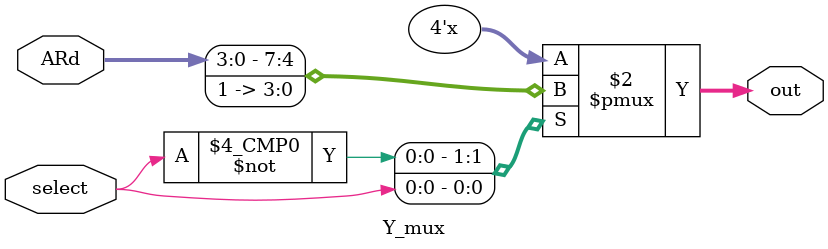
<source format=sv>
module Y_mux(
	input [3:0] ARd,
	input select,
	output reg [3:0] out
);

always_comb begin
	case(select)
		0: 		out = ARd;
		1: 		out = 15;
		default: out = 0;
	endcase
end

endmodule
</source>
